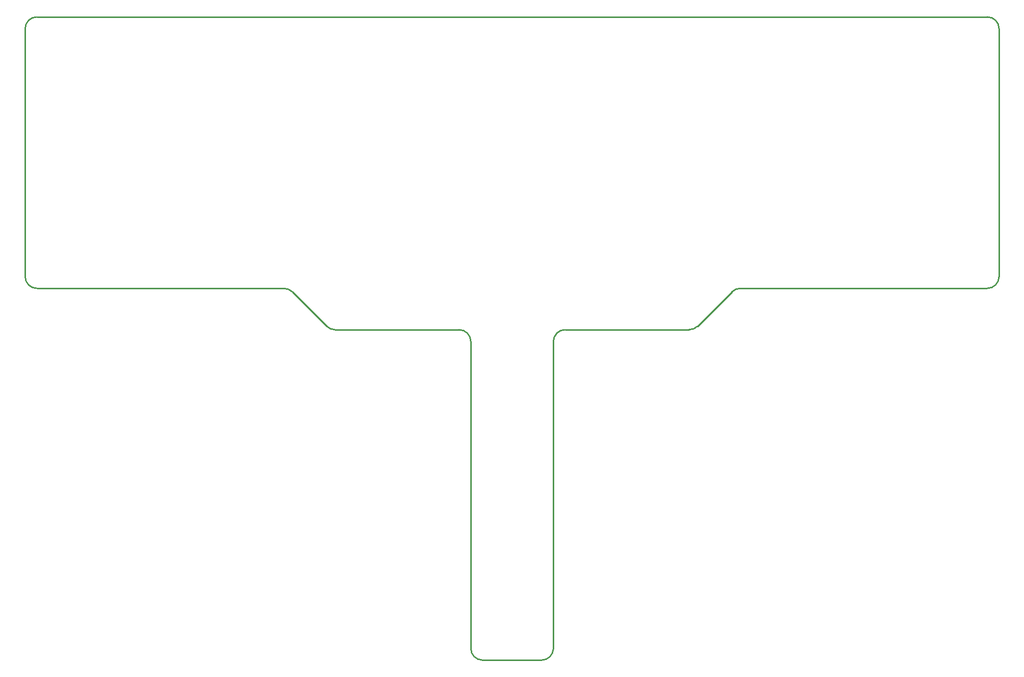
<source format=gm1>
G04 Layer_Color=16711935*
%FSLAX43Y43*%
%MOMM*%
G71*
G01*
G75*
%ADD45C,0.254*%
D45*
X5000Y-5000D02*
G03*
X7000Y-3000I0J2000D01*
G01*
X-7000D02*
G03*
X-5000Y-5000I2000J0D01*
G01*
X-7000Y49000D02*
G03*
X-9000Y51000I-2000J0D01*
G01*
X-31414Y51586D02*
G03*
X-30000Y51000I1414J1414D01*
G01*
X-37243Y57414D02*
G03*
X-38657Y58000I-1414J-1414D01*
G01*
X-82500Y60000D02*
G03*
X-80500Y58000I2000J0D01*
G01*
Y104000D02*
G03*
X-82500Y102000I0J-2000D01*
G01*
X82500D02*
G03*
X80500Y104000I-2000J0D01*
G01*
Y58000D02*
G03*
X82500Y60000I0J2000D01*
G01*
X38657Y58000D02*
G03*
X37243Y57414I0J-2000D01*
G01*
X30000Y51000D02*
G03*
X31414Y51586I0J2000D01*
G01*
X9000Y51000D02*
G03*
X7000Y49000I0J-2000D01*
G01*
X7000Y-3000D02*
Y49000D01*
X-5000Y-5000D02*
X5000D01*
X-7000Y-3000D02*
Y49000D01*
X-30000Y51000D02*
X-9000D01*
X-37243Y57414D02*
X-31414Y51586D01*
X-80500Y58000D02*
X-38657D01*
X-82500Y60000D02*
Y102000D01*
X-80500Y104000D02*
X80500D01*
X82500Y60000D02*
Y102000D01*
X38657Y58000D02*
X80500D01*
X31414Y51586D02*
X37243Y57414D01*
X9000Y51000D02*
X30000D01*
X5000Y-5000D02*
G03*
X7000Y-3000I0J2000D01*
G01*
X-7000D02*
G03*
X-5000Y-5000I2000J0D01*
G01*
X-7000Y49000D02*
G03*
X-9000Y51000I-2000J0D01*
G01*
X-31414Y51586D02*
G03*
X-30000Y51000I1414J1414D01*
G01*
X-37243Y57414D02*
G03*
X-38657Y58000I-1414J-1414D01*
G01*
X-82500Y60000D02*
G03*
X-80500Y58000I2000J0D01*
G01*
Y104000D02*
G03*
X-82500Y102000I0J-2000D01*
G01*
X82500D02*
G03*
X80500Y104000I-2000J0D01*
G01*
Y58000D02*
G03*
X82500Y60000I0J2000D01*
G01*
X38657Y58000D02*
G03*
X37243Y57414I0J-2000D01*
G01*
X30000Y51000D02*
G03*
X31414Y51586I0J2000D01*
G01*
X9000Y51000D02*
G03*
X7000Y49000I0J-2000D01*
G01*
X7000Y-3000D02*
Y49000D01*
X-5000Y-5000D02*
X5000D01*
X-7000Y-3000D02*
Y49000D01*
X-30000Y51000D02*
X-9000D01*
X-37243Y57414D02*
X-31414Y51586D01*
X-80500Y58000D02*
X-38657D01*
X-82500Y60000D02*
Y102000D01*
X-80500Y104000D02*
X80500D01*
X82500Y60000D02*
Y102000D01*
X38657Y58000D02*
X80500D01*
X31414Y51586D02*
X37243Y57414D01*
X9000Y51000D02*
X30000D01*
M02*

</source>
